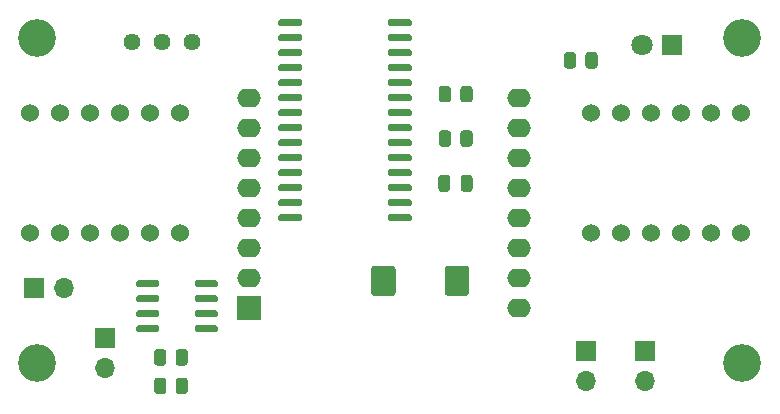
<source format=gbr>
G04 #@! TF.GenerationSoftware,KiCad,Pcbnew,(5.1.9)-1*
G04 #@! TF.CreationDate,2021-11-02T13:36:32-07:00*
G04 #@! TF.ProjectId,wemos_d1_mini_weather_station,77656d6f-735f-4643-915f-6d696e695f77,rev?*
G04 #@! TF.SameCoordinates,Original*
G04 #@! TF.FileFunction,Soldermask,Top*
G04 #@! TF.FilePolarity,Negative*
%FSLAX46Y46*%
G04 Gerber Fmt 4.6, Leading zero omitted, Abs format (unit mm)*
G04 Created by KiCad (PCBNEW (5.1.9)-1) date 2021-11-02 13:36:32*
%MOMM*%
%LPD*%
G01*
G04 APERTURE LIST*
%ADD10O,1.700000X1.700000*%
%ADD11R,1.700000X1.700000*%
%ADD12C,3.200000*%
%ADD13C,1.440000*%
%ADD14C,1.524000*%
%ADD15O,2.000000X1.600000*%
%ADD16R,2.000000X2.000000*%
%ADD17C,1.800000*%
%ADD18R,1.800000X1.800000*%
G04 APERTURE END LIST*
D10*
G04 #@! TO.C,I2C*
X105283000Y-98552000D03*
D11*
X105283000Y-96012000D03*
G04 #@! TD*
D12*
G04 #@! TO.C,H4*
X58801000Y-69469000D03*
G04 #@! TD*
G04 #@! TO.C,H3*
X118491000Y-69469000D03*
G04 #@! TD*
G04 #@! TO.C,H2*
X58801000Y-97028000D03*
G04 #@! TD*
G04 #@! TO.C,H1*
X118491000Y-97028000D03*
G04 #@! TD*
D13*
G04 #@! TO.C,RV1*
X66802000Y-69833000D03*
X69342000Y-69833000D03*
X71882000Y-69833000D03*
G04 #@! TD*
G04 #@! TO.C,U5*
G36*
G01*
X72112000Y-90447000D02*
X72112000Y-90147000D01*
G75*
G02*
X72262000Y-89997000I150000J0D01*
G01*
X73912000Y-89997000D01*
G75*
G02*
X74062000Y-90147000I0J-150000D01*
G01*
X74062000Y-90447000D01*
G75*
G02*
X73912000Y-90597000I-150000J0D01*
G01*
X72262000Y-90597000D01*
G75*
G02*
X72112000Y-90447000I0J150000D01*
G01*
G37*
G36*
G01*
X72112000Y-91717000D02*
X72112000Y-91417000D01*
G75*
G02*
X72262000Y-91267000I150000J0D01*
G01*
X73912000Y-91267000D01*
G75*
G02*
X74062000Y-91417000I0J-150000D01*
G01*
X74062000Y-91717000D01*
G75*
G02*
X73912000Y-91867000I-150000J0D01*
G01*
X72262000Y-91867000D01*
G75*
G02*
X72112000Y-91717000I0J150000D01*
G01*
G37*
G36*
G01*
X72112000Y-92987000D02*
X72112000Y-92687000D01*
G75*
G02*
X72262000Y-92537000I150000J0D01*
G01*
X73912000Y-92537000D01*
G75*
G02*
X74062000Y-92687000I0J-150000D01*
G01*
X74062000Y-92987000D01*
G75*
G02*
X73912000Y-93137000I-150000J0D01*
G01*
X72262000Y-93137000D01*
G75*
G02*
X72112000Y-92987000I0J150000D01*
G01*
G37*
G36*
G01*
X72112000Y-94257000D02*
X72112000Y-93957000D01*
G75*
G02*
X72262000Y-93807000I150000J0D01*
G01*
X73912000Y-93807000D01*
G75*
G02*
X74062000Y-93957000I0J-150000D01*
G01*
X74062000Y-94257000D01*
G75*
G02*
X73912000Y-94407000I-150000J0D01*
G01*
X72262000Y-94407000D01*
G75*
G02*
X72112000Y-94257000I0J150000D01*
G01*
G37*
G36*
G01*
X67162000Y-94257000D02*
X67162000Y-93957000D01*
G75*
G02*
X67312000Y-93807000I150000J0D01*
G01*
X68962000Y-93807000D01*
G75*
G02*
X69112000Y-93957000I0J-150000D01*
G01*
X69112000Y-94257000D01*
G75*
G02*
X68962000Y-94407000I-150000J0D01*
G01*
X67312000Y-94407000D01*
G75*
G02*
X67162000Y-94257000I0J150000D01*
G01*
G37*
G36*
G01*
X67162000Y-92987000D02*
X67162000Y-92687000D01*
G75*
G02*
X67312000Y-92537000I150000J0D01*
G01*
X68962000Y-92537000D01*
G75*
G02*
X69112000Y-92687000I0J-150000D01*
G01*
X69112000Y-92987000D01*
G75*
G02*
X68962000Y-93137000I-150000J0D01*
G01*
X67312000Y-93137000D01*
G75*
G02*
X67162000Y-92987000I0J150000D01*
G01*
G37*
G36*
G01*
X67162000Y-91717000D02*
X67162000Y-91417000D01*
G75*
G02*
X67312000Y-91267000I150000J0D01*
G01*
X68962000Y-91267000D01*
G75*
G02*
X69112000Y-91417000I0J-150000D01*
G01*
X69112000Y-91717000D01*
G75*
G02*
X68962000Y-91867000I-150000J0D01*
G01*
X67312000Y-91867000D01*
G75*
G02*
X67162000Y-91717000I0J150000D01*
G01*
G37*
G36*
G01*
X67162000Y-90447000D02*
X67162000Y-90147000D01*
G75*
G02*
X67312000Y-89997000I150000J0D01*
G01*
X68962000Y-89997000D01*
G75*
G02*
X69112000Y-90147000I0J-150000D01*
G01*
X69112000Y-90447000D01*
G75*
G02*
X68962000Y-90597000I-150000J0D01*
G01*
X67312000Y-90597000D01*
G75*
G02*
X67162000Y-90447000I0J150000D01*
G01*
G37*
G04 #@! TD*
D14*
G04 #@! TO.C,U4*
X63246000Y-75819000D03*
X60706000Y-85979000D03*
X70866000Y-85979000D03*
X58166000Y-75819000D03*
X68326000Y-75819000D03*
X70866000Y-75819000D03*
X63246000Y-85979000D03*
X58166000Y-85979000D03*
X60706000Y-75819000D03*
X68326000Y-85979000D03*
X65786000Y-75819000D03*
X65786000Y-85979000D03*
G04 #@! TD*
G04 #@! TO.C,U3*
X110744000Y-75819000D03*
X108204000Y-85979000D03*
X118364000Y-85979000D03*
X105664000Y-75819000D03*
X115824000Y-75819000D03*
X118364000Y-75819000D03*
X110744000Y-85979000D03*
X105664000Y-85979000D03*
X108204000Y-75819000D03*
X115824000Y-85979000D03*
X113284000Y-75819000D03*
X113284000Y-85979000D03*
G04 #@! TD*
D15*
G04 #@! TO.C,U2*
X99545000Y-92329000D03*
X99545000Y-89789000D03*
X99545000Y-87249000D03*
X99545000Y-84709000D03*
X99545000Y-82169000D03*
X99545000Y-79629000D03*
X99545000Y-77089000D03*
X99545000Y-74549000D03*
X76685000Y-74549000D03*
X76685000Y-77089000D03*
X76685000Y-79629000D03*
X76685000Y-82169000D03*
X76685000Y-84709000D03*
X76685000Y-87249000D03*
D16*
X76685000Y-92329000D03*
D15*
X76685000Y-89789000D03*
G04 #@! TD*
G04 #@! TO.C,U1*
G36*
G01*
X88461000Y-68349000D02*
X88461000Y-68049000D01*
G75*
G02*
X88611000Y-67899000I150000J0D01*
G01*
X90361000Y-67899000D01*
G75*
G02*
X90511000Y-68049000I0J-150000D01*
G01*
X90511000Y-68349000D01*
G75*
G02*
X90361000Y-68499000I-150000J0D01*
G01*
X88611000Y-68499000D01*
G75*
G02*
X88461000Y-68349000I0J150000D01*
G01*
G37*
G36*
G01*
X88461000Y-69619000D02*
X88461000Y-69319000D01*
G75*
G02*
X88611000Y-69169000I150000J0D01*
G01*
X90361000Y-69169000D01*
G75*
G02*
X90511000Y-69319000I0J-150000D01*
G01*
X90511000Y-69619000D01*
G75*
G02*
X90361000Y-69769000I-150000J0D01*
G01*
X88611000Y-69769000D01*
G75*
G02*
X88461000Y-69619000I0J150000D01*
G01*
G37*
G36*
G01*
X88461000Y-70889000D02*
X88461000Y-70589000D01*
G75*
G02*
X88611000Y-70439000I150000J0D01*
G01*
X90361000Y-70439000D01*
G75*
G02*
X90511000Y-70589000I0J-150000D01*
G01*
X90511000Y-70889000D01*
G75*
G02*
X90361000Y-71039000I-150000J0D01*
G01*
X88611000Y-71039000D01*
G75*
G02*
X88461000Y-70889000I0J150000D01*
G01*
G37*
G36*
G01*
X88461000Y-72159000D02*
X88461000Y-71859000D01*
G75*
G02*
X88611000Y-71709000I150000J0D01*
G01*
X90361000Y-71709000D01*
G75*
G02*
X90511000Y-71859000I0J-150000D01*
G01*
X90511000Y-72159000D01*
G75*
G02*
X90361000Y-72309000I-150000J0D01*
G01*
X88611000Y-72309000D01*
G75*
G02*
X88461000Y-72159000I0J150000D01*
G01*
G37*
G36*
G01*
X88461000Y-73429000D02*
X88461000Y-73129000D01*
G75*
G02*
X88611000Y-72979000I150000J0D01*
G01*
X90361000Y-72979000D01*
G75*
G02*
X90511000Y-73129000I0J-150000D01*
G01*
X90511000Y-73429000D01*
G75*
G02*
X90361000Y-73579000I-150000J0D01*
G01*
X88611000Y-73579000D01*
G75*
G02*
X88461000Y-73429000I0J150000D01*
G01*
G37*
G36*
G01*
X88461000Y-74699000D02*
X88461000Y-74399000D01*
G75*
G02*
X88611000Y-74249000I150000J0D01*
G01*
X90361000Y-74249000D01*
G75*
G02*
X90511000Y-74399000I0J-150000D01*
G01*
X90511000Y-74699000D01*
G75*
G02*
X90361000Y-74849000I-150000J0D01*
G01*
X88611000Y-74849000D01*
G75*
G02*
X88461000Y-74699000I0J150000D01*
G01*
G37*
G36*
G01*
X88461000Y-75969000D02*
X88461000Y-75669000D01*
G75*
G02*
X88611000Y-75519000I150000J0D01*
G01*
X90361000Y-75519000D01*
G75*
G02*
X90511000Y-75669000I0J-150000D01*
G01*
X90511000Y-75969000D01*
G75*
G02*
X90361000Y-76119000I-150000J0D01*
G01*
X88611000Y-76119000D01*
G75*
G02*
X88461000Y-75969000I0J150000D01*
G01*
G37*
G36*
G01*
X88461000Y-77239000D02*
X88461000Y-76939000D01*
G75*
G02*
X88611000Y-76789000I150000J0D01*
G01*
X90361000Y-76789000D01*
G75*
G02*
X90511000Y-76939000I0J-150000D01*
G01*
X90511000Y-77239000D01*
G75*
G02*
X90361000Y-77389000I-150000J0D01*
G01*
X88611000Y-77389000D01*
G75*
G02*
X88461000Y-77239000I0J150000D01*
G01*
G37*
G36*
G01*
X88461000Y-78509000D02*
X88461000Y-78209000D01*
G75*
G02*
X88611000Y-78059000I150000J0D01*
G01*
X90361000Y-78059000D01*
G75*
G02*
X90511000Y-78209000I0J-150000D01*
G01*
X90511000Y-78509000D01*
G75*
G02*
X90361000Y-78659000I-150000J0D01*
G01*
X88611000Y-78659000D01*
G75*
G02*
X88461000Y-78509000I0J150000D01*
G01*
G37*
G36*
G01*
X88461000Y-79779000D02*
X88461000Y-79479000D01*
G75*
G02*
X88611000Y-79329000I150000J0D01*
G01*
X90361000Y-79329000D01*
G75*
G02*
X90511000Y-79479000I0J-150000D01*
G01*
X90511000Y-79779000D01*
G75*
G02*
X90361000Y-79929000I-150000J0D01*
G01*
X88611000Y-79929000D01*
G75*
G02*
X88461000Y-79779000I0J150000D01*
G01*
G37*
G36*
G01*
X88461000Y-81049000D02*
X88461000Y-80749000D01*
G75*
G02*
X88611000Y-80599000I150000J0D01*
G01*
X90361000Y-80599000D01*
G75*
G02*
X90511000Y-80749000I0J-150000D01*
G01*
X90511000Y-81049000D01*
G75*
G02*
X90361000Y-81199000I-150000J0D01*
G01*
X88611000Y-81199000D01*
G75*
G02*
X88461000Y-81049000I0J150000D01*
G01*
G37*
G36*
G01*
X88461000Y-82319000D02*
X88461000Y-82019000D01*
G75*
G02*
X88611000Y-81869000I150000J0D01*
G01*
X90361000Y-81869000D01*
G75*
G02*
X90511000Y-82019000I0J-150000D01*
G01*
X90511000Y-82319000D01*
G75*
G02*
X90361000Y-82469000I-150000J0D01*
G01*
X88611000Y-82469000D01*
G75*
G02*
X88461000Y-82319000I0J150000D01*
G01*
G37*
G36*
G01*
X88461000Y-83589000D02*
X88461000Y-83289000D01*
G75*
G02*
X88611000Y-83139000I150000J0D01*
G01*
X90361000Y-83139000D01*
G75*
G02*
X90511000Y-83289000I0J-150000D01*
G01*
X90511000Y-83589000D01*
G75*
G02*
X90361000Y-83739000I-150000J0D01*
G01*
X88611000Y-83739000D01*
G75*
G02*
X88461000Y-83589000I0J150000D01*
G01*
G37*
G36*
G01*
X88461000Y-84859000D02*
X88461000Y-84559000D01*
G75*
G02*
X88611000Y-84409000I150000J0D01*
G01*
X90361000Y-84409000D01*
G75*
G02*
X90511000Y-84559000I0J-150000D01*
G01*
X90511000Y-84859000D01*
G75*
G02*
X90361000Y-85009000I-150000J0D01*
G01*
X88611000Y-85009000D01*
G75*
G02*
X88461000Y-84859000I0J150000D01*
G01*
G37*
G36*
G01*
X79161000Y-84859000D02*
X79161000Y-84559000D01*
G75*
G02*
X79311000Y-84409000I150000J0D01*
G01*
X81061000Y-84409000D01*
G75*
G02*
X81211000Y-84559000I0J-150000D01*
G01*
X81211000Y-84859000D01*
G75*
G02*
X81061000Y-85009000I-150000J0D01*
G01*
X79311000Y-85009000D01*
G75*
G02*
X79161000Y-84859000I0J150000D01*
G01*
G37*
G36*
G01*
X79161000Y-83589000D02*
X79161000Y-83289000D01*
G75*
G02*
X79311000Y-83139000I150000J0D01*
G01*
X81061000Y-83139000D01*
G75*
G02*
X81211000Y-83289000I0J-150000D01*
G01*
X81211000Y-83589000D01*
G75*
G02*
X81061000Y-83739000I-150000J0D01*
G01*
X79311000Y-83739000D01*
G75*
G02*
X79161000Y-83589000I0J150000D01*
G01*
G37*
G36*
G01*
X79161000Y-82319000D02*
X79161000Y-82019000D01*
G75*
G02*
X79311000Y-81869000I150000J0D01*
G01*
X81061000Y-81869000D01*
G75*
G02*
X81211000Y-82019000I0J-150000D01*
G01*
X81211000Y-82319000D01*
G75*
G02*
X81061000Y-82469000I-150000J0D01*
G01*
X79311000Y-82469000D01*
G75*
G02*
X79161000Y-82319000I0J150000D01*
G01*
G37*
G36*
G01*
X79161000Y-81049000D02*
X79161000Y-80749000D01*
G75*
G02*
X79311000Y-80599000I150000J0D01*
G01*
X81061000Y-80599000D01*
G75*
G02*
X81211000Y-80749000I0J-150000D01*
G01*
X81211000Y-81049000D01*
G75*
G02*
X81061000Y-81199000I-150000J0D01*
G01*
X79311000Y-81199000D01*
G75*
G02*
X79161000Y-81049000I0J150000D01*
G01*
G37*
G36*
G01*
X79161000Y-79779000D02*
X79161000Y-79479000D01*
G75*
G02*
X79311000Y-79329000I150000J0D01*
G01*
X81061000Y-79329000D01*
G75*
G02*
X81211000Y-79479000I0J-150000D01*
G01*
X81211000Y-79779000D01*
G75*
G02*
X81061000Y-79929000I-150000J0D01*
G01*
X79311000Y-79929000D01*
G75*
G02*
X79161000Y-79779000I0J150000D01*
G01*
G37*
G36*
G01*
X79161000Y-78509000D02*
X79161000Y-78209000D01*
G75*
G02*
X79311000Y-78059000I150000J0D01*
G01*
X81061000Y-78059000D01*
G75*
G02*
X81211000Y-78209000I0J-150000D01*
G01*
X81211000Y-78509000D01*
G75*
G02*
X81061000Y-78659000I-150000J0D01*
G01*
X79311000Y-78659000D01*
G75*
G02*
X79161000Y-78509000I0J150000D01*
G01*
G37*
G36*
G01*
X79161000Y-77239000D02*
X79161000Y-76939000D01*
G75*
G02*
X79311000Y-76789000I150000J0D01*
G01*
X81061000Y-76789000D01*
G75*
G02*
X81211000Y-76939000I0J-150000D01*
G01*
X81211000Y-77239000D01*
G75*
G02*
X81061000Y-77389000I-150000J0D01*
G01*
X79311000Y-77389000D01*
G75*
G02*
X79161000Y-77239000I0J150000D01*
G01*
G37*
G36*
G01*
X79161000Y-75969000D02*
X79161000Y-75669000D01*
G75*
G02*
X79311000Y-75519000I150000J0D01*
G01*
X81061000Y-75519000D01*
G75*
G02*
X81211000Y-75669000I0J-150000D01*
G01*
X81211000Y-75969000D01*
G75*
G02*
X81061000Y-76119000I-150000J0D01*
G01*
X79311000Y-76119000D01*
G75*
G02*
X79161000Y-75969000I0J150000D01*
G01*
G37*
G36*
G01*
X79161000Y-74699000D02*
X79161000Y-74399000D01*
G75*
G02*
X79311000Y-74249000I150000J0D01*
G01*
X81061000Y-74249000D01*
G75*
G02*
X81211000Y-74399000I0J-150000D01*
G01*
X81211000Y-74699000D01*
G75*
G02*
X81061000Y-74849000I-150000J0D01*
G01*
X79311000Y-74849000D01*
G75*
G02*
X79161000Y-74699000I0J150000D01*
G01*
G37*
G36*
G01*
X79161000Y-73429000D02*
X79161000Y-73129000D01*
G75*
G02*
X79311000Y-72979000I150000J0D01*
G01*
X81061000Y-72979000D01*
G75*
G02*
X81211000Y-73129000I0J-150000D01*
G01*
X81211000Y-73429000D01*
G75*
G02*
X81061000Y-73579000I-150000J0D01*
G01*
X79311000Y-73579000D01*
G75*
G02*
X79161000Y-73429000I0J150000D01*
G01*
G37*
G36*
G01*
X79161000Y-72159000D02*
X79161000Y-71859000D01*
G75*
G02*
X79311000Y-71709000I150000J0D01*
G01*
X81061000Y-71709000D01*
G75*
G02*
X81211000Y-71859000I0J-150000D01*
G01*
X81211000Y-72159000D01*
G75*
G02*
X81061000Y-72309000I-150000J0D01*
G01*
X79311000Y-72309000D01*
G75*
G02*
X79161000Y-72159000I0J150000D01*
G01*
G37*
G36*
G01*
X79161000Y-70889000D02*
X79161000Y-70589000D01*
G75*
G02*
X79311000Y-70439000I150000J0D01*
G01*
X81061000Y-70439000D01*
G75*
G02*
X81211000Y-70589000I0J-150000D01*
G01*
X81211000Y-70889000D01*
G75*
G02*
X81061000Y-71039000I-150000J0D01*
G01*
X79311000Y-71039000D01*
G75*
G02*
X79161000Y-70889000I0J150000D01*
G01*
G37*
G36*
G01*
X79161000Y-69619000D02*
X79161000Y-69319000D01*
G75*
G02*
X79311000Y-69169000I150000J0D01*
G01*
X81061000Y-69169000D01*
G75*
G02*
X81211000Y-69319000I0J-150000D01*
G01*
X81211000Y-69619000D01*
G75*
G02*
X81061000Y-69769000I-150000J0D01*
G01*
X79311000Y-69769000D01*
G75*
G02*
X79161000Y-69619000I0J150000D01*
G01*
G37*
G36*
G01*
X79161000Y-68349000D02*
X79161000Y-68049000D01*
G75*
G02*
X79311000Y-67899000I150000J0D01*
G01*
X81061000Y-67899000D01*
G75*
G02*
X81211000Y-68049000I0J-150000D01*
G01*
X81211000Y-68349000D01*
G75*
G02*
X81061000Y-68499000I-150000J0D01*
G01*
X79311000Y-68499000D01*
G75*
G02*
X79161000Y-68349000I0J150000D01*
G01*
G37*
G04 #@! TD*
D10*
G04 #@! TO.C,TH1*
X61087000Y-90678000D03*
D11*
X58547000Y-90678000D03*
G04 #@! TD*
G04 #@! TO.C,R6*
G36*
G01*
X69704000Y-98482999D02*
X69704000Y-99383001D01*
G75*
G02*
X69454001Y-99633000I-249999J0D01*
G01*
X68928999Y-99633000D01*
G75*
G02*
X68679000Y-99383001I0J249999D01*
G01*
X68679000Y-98482999D01*
G75*
G02*
X68928999Y-98233000I249999J0D01*
G01*
X69454001Y-98233000D01*
G75*
G02*
X69704000Y-98482999I0J-249999D01*
G01*
G37*
G36*
G01*
X71529000Y-98482999D02*
X71529000Y-99383001D01*
G75*
G02*
X71279001Y-99633000I-249999J0D01*
G01*
X70753999Y-99633000D01*
G75*
G02*
X70504000Y-99383001I0J249999D01*
G01*
X70504000Y-98482999D01*
G75*
G02*
X70753999Y-98233000I249999J0D01*
G01*
X71279001Y-98233000D01*
G75*
G02*
X71529000Y-98482999I0J-249999D01*
G01*
G37*
G04 #@! TD*
D10*
G04 #@! TO.C,R5*
X64516000Y-97409000D03*
D11*
X64516000Y-94869000D03*
G04 #@! TD*
G04 #@! TO.C,R4*
G36*
G01*
X105198500Y-71824001D02*
X105198500Y-70923999D01*
G75*
G02*
X105448499Y-70674000I249999J0D01*
G01*
X105973501Y-70674000D01*
G75*
G02*
X106223500Y-70923999I0J-249999D01*
G01*
X106223500Y-71824001D01*
G75*
G02*
X105973501Y-72074000I-249999J0D01*
G01*
X105448499Y-72074000D01*
G75*
G02*
X105198500Y-71824001I0J249999D01*
G01*
G37*
G36*
G01*
X103373500Y-71824001D02*
X103373500Y-70923999D01*
G75*
G02*
X103623499Y-70674000I249999J0D01*
G01*
X104148501Y-70674000D01*
G75*
G02*
X104398500Y-70923999I0J-249999D01*
G01*
X104398500Y-71824001D01*
G75*
G02*
X104148501Y-72074000I-249999J0D01*
G01*
X103623499Y-72074000D01*
G75*
G02*
X103373500Y-71824001I0J249999D01*
G01*
G37*
G04 #@! TD*
G04 #@! TO.C,R3*
G36*
G01*
X70504000Y-96970001D02*
X70504000Y-96069999D01*
G75*
G02*
X70753999Y-95820000I249999J0D01*
G01*
X71279001Y-95820000D01*
G75*
G02*
X71529000Y-96069999I0J-249999D01*
G01*
X71529000Y-96970001D01*
G75*
G02*
X71279001Y-97220000I-249999J0D01*
G01*
X70753999Y-97220000D01*
G75*
G02*
X70504000Y-96970001I0J249999D01*
G01*
G37*
G36*
G01*
X68679000Y-96970001D02*
X68679000Y-96069999D01*
G75*
G02*
X68928999Y-95820000I249999J0D01*
G01*
X69454001Y-95820000D01*
G75*
G02*
X69704000Y-96069999I0J-249999D01*
G01*
X69704000Y-96970001D01*
G75*
G02*
X69454001Y-97220000I-249999J0D01*
G01*
X68928999Y-97220000D01*
G75*
G02*
X68679000Y-96970001I0J249999D01*
G01*
G37*
G04 #@! TD*
G04 #@! TO.C,R2*
G36*
G01*
X93810500Y-73792665D02*
X93810500Y-74692667D01*
G75*
G02*
X93560501Y-74942666I-249999J0D01*
G01*
X93035499Y-74942666D01*
G75*
G02*
X92785500Y-74692667I0J249999D01*
G01*
X92785500Y-73792665D01*
G75*
G02*
X93035499Y-73542666I249999J0D01*
G01*
X93560501Y-73542666D01*
G75*
G02*
X93810500Y-73792665I0J-249999D01*
G01*
G37*
G36*
G01*
X95635500Y-73792665D02*
X95635500Y-74692667D01*
G75*
G02*
X95385501Y-74942666I-249999J0D01*
G01*
X94860499Y-74942666D01*
G75*
G02*
X94610500Y-74692667I0J249999D01*
G01*
X94610500Y-73792665D01*
G75*
G02*
X94860499Y-73542666I249999J0D01*
G01*
X95385501Y-73542666D01*
G75*
G02*
X95635500Y-73792665I0J-249999D01*
G01*
G37*
G04 #@! TD*
G04 #@! TO.C,R1*
G36*
G01*
X94610500Y-78450333D02*
X94610500Y-77550331D01*
G75*
G02*
X94860499Y-77300332I249999J0D01*
G01*
X95385501Y-77300332D01*
G75*
G02*
X95635500Y-77550331I0J-249999D01*
G01*
X95635500Y-78450333D01*
G75*
G02*
X95385501Y-78700332I-249999J0D01*
G01*
X94860499Y-78700332D01*
G75*
G02*
X94610500Y-78450333I0J249999D01*
G01*
G37*
G36*
G01*
X92785500Y-78450333D02*
X92785500Y-77550331D01*
G75*
G02*
X93035499Y-77300332I249999J0D01*
G01*
X93560501Y-77300332D01*
G75*
G02*
X93810500Y-77550331I0J-249999D01*
G01*
X93810500Y-78450333D01*
G75*
G02*
X93560501Y-78700332I-249999J0D01*
G01*
X93035499Y-78700332D01*
G75*
G02*
X92785500Y-78450333I0J249999D01*
G01*
G37*
G04 #@! TD*
D10*
G04 #@! TO.C,PWR*
X110236000Y-98552000D03*
D11*
X110236000Y-96012000D03*
G04 #@! TD*
D17*
G04 #@! TO.C,D1*
X109982000Y-70104000D03*
D18*
X112522000Y-70104000D03*
G04 #@! TD*
G04 #@! TO.C,C2*
G36*
G01*
X89116500Y-89018000D02*
X89116500Y-91068000D01*
G75*
G02*
X88866500Y-91318000I-250000J0D01*
G01*
X87291500Y-91318000D01*
G75*
G02*
X87041500Y-91068000I0J250000D01*
G01*
X87041500Y-89018000D01*
G75*
G02*
X87291500Y-88768000I250000J0D01*
G01*
X88866500Y-88768000D01*
G75*
G02*
X89116500Y-89018000I0J-250000D01*
G01*
G37*
G36*
G01*
X95341500Y-89018000D02*
X95341500Y-91068000D01*
G75*
G02*
X95091500Y-91318000I-250000J0D01*
G01*
X93516500Y-91318000D01*
G75*
G02*
X93266500Y-91068000I0J250000D01*
G01*
X93266500Y-89018000D01*
G75*
G02*
X93516500Y-88768000I250000J0D01*
G01*
X95091500Y-88768000D01*
G75*
G02*
X95341500Y-89018000I0J-250000D01*
G01*
G37*
G04 #@! TD*
G04 #@! TO.C,C1*
G36*
G01*
X94640500Y-82263000D02*
X94640500Y-81313000D01*
G75*
G02*
X94890500Y-81063000I250000J0D01*
G01*
X95390500Y-81063000D01*
G75*
G02*
X95640500Y-81313000I0J-250000D01*
G01*
X95640500Y-82263000D01*
G75*
G02*
X95390500Y-82513000I-250000J0D01*
G01*
X94890500Y-82513000D01*
G75*
G02*
X94640500Y-82263000I0J250000D01*
G01*
G37*
G36*
G01*
X92740500Y-82263000D02*
X92740500Y-81313000D01*
G75*
G02*
X92990500Y-81063000I250000J0D01*
G01*
X93490500Y-81063000D01*
G75*
G02*
X93740500Y-81313000I0J-250000D01*
G01*
X93740500Y-82263000D01*
G75*
G02*
X93490500Y-82513000I-250000J0D01*
G01*
X92990500Y-82513000D01*
G75*
G02*
X92740500Y-82263000I0J250000D01*
G01*
G37*
G04 #@! TD*
M02*

</source>
